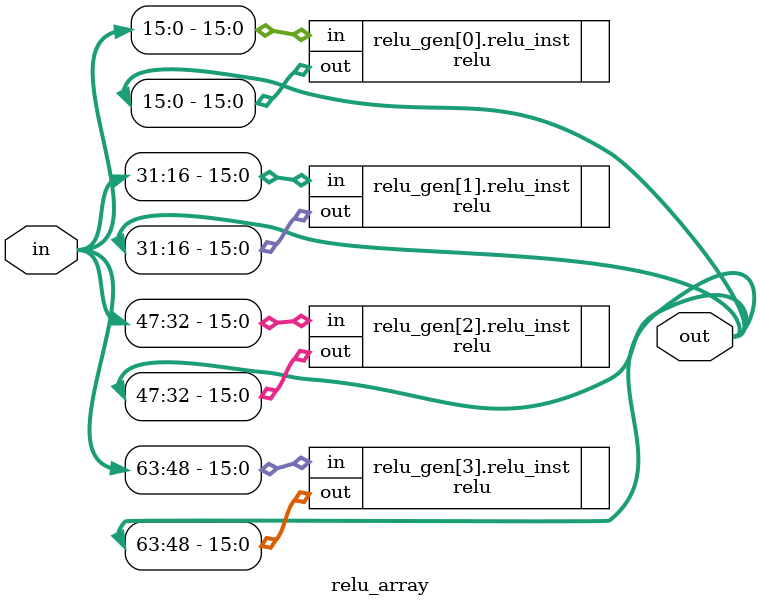
<source format=sv>
module relu_array #(
    parameter DATA_WIDTH = 16,
    parameter NUM_INPUTS = 4
)(
    input  [NUM_INPUTS*DATA_WIDTH-1:0] in,
    output [NUM_INPUTS*DATA_WIDTH-1:0] out
);

genvar i;
generate
    for (i = 0; i < NUM_INPUTS; i = i + 1) begin : relu_gen
        relu #(.DATA_WIDTH(DATA_WIDTH)) relu_inst (
            .in(in[(i+1)*DATA_WIDTH-1 : i*DATA_WIDTH]),
            .out(out[(i+1)*DATA_WIDTH-1 : i*DATA_WIDTH])
        );
    end
endgenerate

endmodule

</source>
